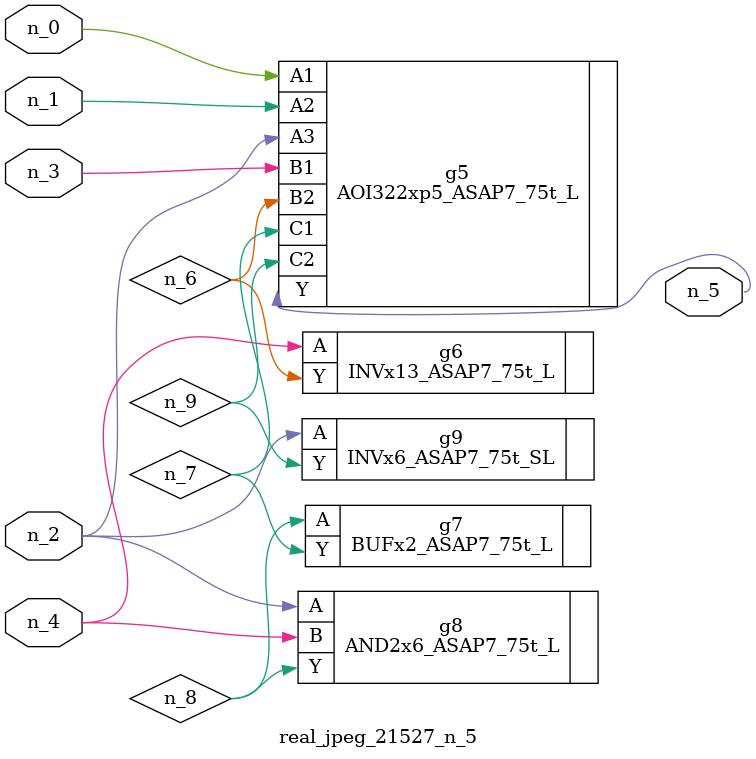
<source format=v>
module real_jpeg_21527_n_5 (n_4, n_0, n_1, n_2, n_3, n_5);

input n_4;
input n_0;
input n_1;
input n_2;
input n_3;

output n_5;

wire n_8;
wire n_6;
wire n_7;
wire n_9;

AOI322xp5_ASAP7_75t_L g5 ( 
.A1(n_0),
.A2(n_1),
.A3(n_2),
.B1(n_3),
.B2(n_6),
.C1(n_7),
.C2(n_9),
.Y(n_5)
);

AND2x6_ASAP7_75t_L g8 ( 
.A(n_2),
.B(n_4),
.Y(n_8)
);

INVx6_ASAP7_75t_SL g9 ( 
.A(n_2),
.Y(n_9)
);

INVx13_ASAP7_75t_L g6 ( 
.A(n_4),
.Y(n_6)
);

BUFx2_ASAP7_75t_L g7 ( 
.A(n_8),
.Y(n_7)
);


endmodule
</source>
